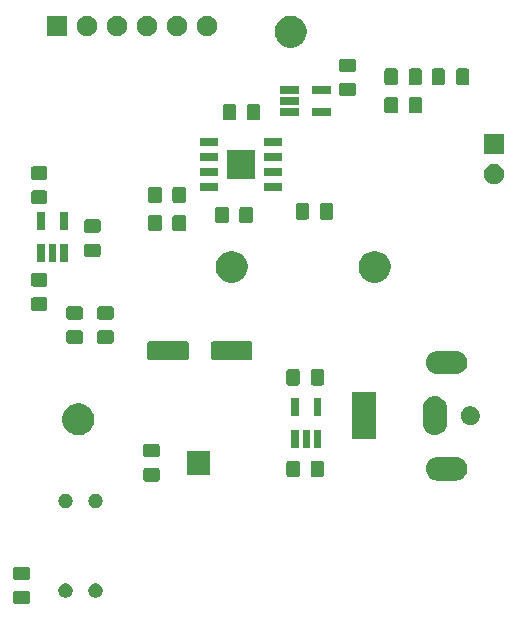
<source format=gbr>
G04 #@! TF.GenerationSoftware,KiCad,Pcbnew,5.1.6*
G04 #@! TF.CreationDate,2020-07-27T17:19:51+02:00*
G04 #@! TF.ProjectId,motor-board,6d6f746f-722d-4626-9f61-72642e6b6963,1*
G04 #@! TF.SameCoordinates,Original*
G04 #@! TF.FileFunction,Soldermask,Top*
G04 #@! TF.FilePolarity,Negative*
%FSLAX46Y46*%
G04 Gerber Fmt 4.6, Leading zero omitted, Abs format (unit mm)*
G04 Created by KiCad (PCBNEW 5.1.6) date 2020-07-27 17:19:51*
%MOMM*%
%LPD*%
G01*
G04 APERTURE LIST*
%ADD10C,0.152400*%
G04 APERTURE END LIST*
D10*
G36*
X158521471Y-120829497D02*
G01*
X158563026Y-120842103D01*
X158601317Y-120862569D01*
X158634883Y-120890117D01*
X158662431Y-120923683D01*
X158682897Y-120961974D01*
X158695503Y-121003529D01*
X158700000Y-121049192D01*
X158700000Y-121750808D01*
X158695503Y-121796471D01*
X158682897Y-121838026D01*
X158662431Y-121876317D01*
X158634883Y-121909883D01*
X158601317Y-121937431D01*
X158563026Y-121957897D01*
X158521471Y-121970503D01*
X158475808Y-121975000D01*
X157524192Y-121975000D01*
X157478529Y-121970503D01*
X157436974Y-121957897D01*
X157398683Y-121937431D01*
X157365117Y-121909883D01*
X157337569Y-121876317D01*
X157317103Y-121838026D01*
X157304497Y-121796471D01*
X157300000Y-121750808D01*
X157300000Y-121049192D01*
X157304497Y-121003529D01*
X157317103Y-120961974D01*
X157337569Y-120923683D01*
X157365117Y-120890117D01*
X157398683Y-120862569D01*
X157436974Y-120842103D01*
X157478529Y-120829497D01*
X157524192Y-120825000D01*
X158475808Y-120825000D01*
X158521471Y-120829497D01*
G37*
G36*
X164445012Y-120223057D02*
G01*
X164445015Y-120223058D01*
X164445014Y-120223058D01*
X164554207Y-120268287D01*
X164652478Y-120333950D01*
X164736050Y-120417522D01*
X164736051Y-120417524D01*
X164801714Y-120515795D01*
X164846943Y-120624988D01*
X164870000Y-120740904D01*
X164870000Y-120859096D01*
X164846943Y-120975012D01*
X164846942Y-120975014D01*
X164801713Y-121084207D01*
X164736050Y-121182478D01*
X164652478Y-121266050D01*
X164554207Y-121331713D01*
X164554206Y-121331714D01*
X164554205Y-121331714D01*
X164445012Y-121376943D01*
X164329096Y-121400000D01*
X164210904Y-121400000D01*
X164094988Y-121376943D01*
X163985795Y-121331714D01*
X163985794Y-121331714D01*
X163985793Y-121331713D01*
X163887522Y-121266050D01*
X163803950Y-121182478D01*
X163738287Y-121084207D01*
X163693058Y-120975014D01*
X163693057Y-120975012D01*
X163670000Y-120859096D01*
X163670000Y-120740904D01*
X163693057Y-120624988D01*
X163738286Y-120515795D01*
X163803949Y-120417524D01*
X163803950Y-120417522D01*
X163887522Y-120333950D01*
X163985793Y-120268287D01*
X164094986Y-120223058D01*
X164094985Y-120223058D01*
X164094988Y-120223057D01*
X164210904Y-120200000D01*
X164329096Y-120200000D01*
X164445012Y-120223057D01*
G37*
G36*
X161905012Y-120223057D02*
G01*
X161905015Y-120223058D01*
X161905014Y-120223058D01*
X162014207Y-120268287D01*
X162112478Y-120333950D01*
X162196050Y-120417522D01*
X162196051Y-120417524D01*
X162261714Y-120515795D01*
X162306943Y-120624988D01*
X162330000Y-120740904D01*
X162330000Y-120859096D01*
X162306943Y-120975012D01*
X162306942Y-120975014D01*
X162261713Y-121084207D01*
X162196050Y-121182478D01*
X162112478Y-121266050D01*
X162014207Y-121331713D01*
X162014206Y-121331714D01*
X162014205Y-121331714D01*
X161905012Y-121376943D01*
X161789096Y-121400000D01*
X161670904Y-121400000D01*
X161554988Y-121376943D01*
X161445795Y-121331714D01*
X161445794Y-121331714D01*
X161445793Y-121331713D01*
X161347522Y-121266050D01*
X161263950Y-121182478D01*
X161198287Y-121084207D01*
X161153058Y-120975014D01*
X161153057Y-120975012D01*
X161130000Y-120859096D01*
X161130000Y-120740904D01*
X161153057Y-120624988D01*
X161198286Y-120515795D01*
X161263949Y-120417524D01*
X161263950Y-120417522D01*
X161347522Y-120333950D01*
X161445793Y-120268287D01*
X161554986Y-120223058D01*
X161554985Y-120223058D01*
X161554988Y-120223057D01*
X161670904Y-120200000D01*
X161789096Y-120200000D01*
X161905012Y-120223057D01*
G37*
G36*
X158521471Y-118779497D02*
G01*
X158563026Y-118792103D01*
X158601317Y-118812569D01*
X158634883Y-118840117D01*
X158662431Y-118873683D01*
X158682897Y-118911974D01*
X158695503Y-118953529D01*
X158700000Y-118999192D01*
X158700000Y-119700808D01*
X158695503Y-119746471D01*
X158682897Y-119788026D01*
X158662431Y-119826317D01*
X158634883Y-119859883D01*
X158601317Y-119887431D01*
X158563026Y-119907897D01*
X158521471Y-119920503D01*
X158475808Y-119925000D01*
X157524192Y-119925000D01*
X157478529Y-119920503D01*
X157436974Y-119907897D01*
X157398683Y-119887431D01*
X157365117Y-119859883D01*
X157337569Y-119826317D01*
X157317103Y-119788026D01*
X157304497Y-119746471D01*
X157300000Y-119700808D01*
X157300000Y-118999192D01*
X157304497Y-118953529D01*
X157317103Y-118911974D01*
X157337569Y-118873683D01*
X157365117Y-118840117D01*
X157398683Y-118812569D01*
X157436974Y-118792103D01*
X157478529Y-118779497D01*
X157524192Y-118775000D01*
X158475808Y-118775000D01*
X158521471Y-118779497D01*
G37*
G36*
X164445012Y-112623057D02*
G01*
X164445015Y-112623058D01*
X164445014Y-112623058D01*
X164554207Y-112668287D01*
X164652478Y-112733950D01*
X164736050Y-112817522D01*
X164736051Y-112817524D01*
X164801714Y-112915795D01*
X164846943Y-113024988D01*
X164870000Y-113140904D01*
X164870000Y-113259096D01*
X164846943Y-113375012D01*
X164846942Y-113375014D01*
X164801713Y-113484207D01*
X164736050Y-113582478D01*
X164652478Y-113666050D01*
X164554207Y-113731713D01*
X164554206Y-113731714D01*
X164554205Y-113731714D01*
X164445012Y-113776943D01*
X164329096Y-113800000D01*
X164210904Y-113800000D01*
X164094988Y-113776943D01*
X163985795Y-113731714D01*
X163985794Y-113731714D01*
X163985793Y-113731713D01*
X163887522Y-113666050D01*
X163803950Y-113582478D01*
X163738287Y-113484207D01*
X163693058Y-113375014D01*
X163693057Y-113375012D01*
X163670000Y-113259096D01*
X163670000Y-113140904D01*
X163693057Y-113024988D01*
X163738286Y-112915795D01*
X163803949Y-112817524D01*
X163803950Y-112817522D01*
X163887522Y-112733950D01*
X163985793Y-112668287D01*
X164094986Y-112623058D01*
X164094985Y-112623058D01*
X164094988Y-112623057D01*
X164210904Y-112600000D01*
X164329096Y-112600000D01*
X164445012Y-112623057D01*
G37*
G36*
X161905012Y-112623057D02*
G01*
X161905015Y-112623058D01*
X161905014Y-112623058D01*
X162014207Y-112668287D01*
X162112478Y-112733950D01*
X162196050Y-112817522D01*
X162196051Y-112817524D01*
X162261714Y-112915795D01*
X162306943Y-113024988D01*
X162330000Y-113140904D01*
X162330000Y-113259096D01*
X162306943Y-113375012D01*
X162306942Y-113375014D01*
X162261713Y-113484207D01*
X162196050Y-113582478D01*
X162112478Y-113666050D01*
X162014207Y-113731713D01*
X162014206Y-113731714D01*
X162014205Y-113731714D01*
X161905012Y-113776943D01*
X161789096Y-113800000D01*
X161670904Y-113800000D01*
X161554988Y-113776943D01*
X161445795Y-113731714D01*
X161445794Y-113731714D01*
X161445793Y-113731713D01*
X161347522Y-113666050D01*
X161263950Y-113582478D01*
X161198287Y-113484207D01*
X161153058Y-113375014D01*
X161153057Y-113375012D01*
X161130000Y-113259096D01*
X161130000Y-113140904D01*
X161153057Y-113024988D01*
X161198286Y-112915795D01*
X161263949Y-112817524D01*
X161263950Y-112817522D01*
X161347522Y-112733950D01*
X161445793Y-112668287D01*
X161554986Y-112623058D01*
X161554985Y-112623058D01*
X161554988Y-112623057D01*
X161670904Y-112600000D01*
X161789096Y-112600000D01*
X161905012Y-112623057D01*
G37*
G36*
X169521471Y-110429497D02*
G01*
X169563026Y-110442103D01*
X169601317Y-110462569D01*
X169634883Y-110490117D01*
X169662431Y-110523683D01*
X169682897Y-110561974D01*
X169695503Y-110603529D01*
X169700000Y-110649192D01*
X169700000Y-111350808D01*
X169695503Y-111396471D01*
X169682897Y-111438026D01*
X169662431Y-111476317D01*
X169634883Y-111509883D01*
X169601317Y-111537431D01*
X169563026Y-111557897D01*
X169521471Y-111570503D01*
X169475808Y-111575000D01*
X168524192Y-111575000D01*
X168478529Y-111570503D01*
X168436974Y-111557897D01*
X168398683Y-111537431D01*
X168365117Y-111509883D01*
X168337569Y-111476317D01*
X168317103Y-111438026D01*
X168304497Y-111396471D01*
X168300000Y-111350808D01*
X168300000Y-110649192D01*
X168304497Y-110603529D01*
X168317103Y-110561974D01*
X168337569Y-110523683D01*
X168365117Y-110490117D01*
X168398683Y-110462569D01*
X168436974Y-110442103D01*
X168478529Y-110429497D01*
X168524192Y-110425000D01*
X169475808Y-110425000D01*
X169521471Y-110429497D01*
G37*
G36*
X194946034Y-109514469D02*
G01*
X195134536Y-109571651D01*
X195308256Y-109664506D01*
X195460528Y-109789472D01*
X195585494Y-109941744D01*
X195678349Y-110115464D01*
X195735531Y-110303966D01*
X195754838Y-110500000D01*
X195735531Y-110696034D01*
X195678349Y-110884536D01*
X195585494Y-111058256D01*
X195460528Y-111210528D01*
X195308256Y-111335494D01*
X195134536Y-111428349D01*
X194946034Y-111485531D01*
X194799124Y-111500000D01*
X193200876Y-111500000D01*
X193053966Y-111485531D01*
X192865464Y-111428349D01*
X192691744Y-111335494D01*
X192539472Y-111210528D01*
X192414506Y-111058256D01*
X192321651Y-110884536D01*
X192264469Y-110696034D01*
X192245162Y-110500000D01*
X192264469Y-110303966D01*
X192321651Y-110115464D01*
X192414506Y-109941744D01*
X192539472Y-109789472D01*
X192691744Y-109664506D01*
X192865464Y-109571651D01*
X193053966Y-109514469D01*
X193200876Y-109500000D01*
X194799124Y-109500000D01*
X194946034Y-109514469D01*
G37*
G36*
X183446471Y-109804497D02*
G01*
X183488026Y-109817103D01*
X183526317Y-109837569D01*
X183559883Y-109865117D01*
X183587431Y-109898683D01*
X183607897Y-109936974D01*
X183620503Y-109978529D01*
X183625000Y-110024192D01*
X183625000Y-110975808D01*
X183620503Y-111021471D01*
X183607897Y-111063026D01*
X183587431Y-111101317D01*
X183559883Y-111134883D01*
X183526317Y-111162431D01*
X183488026Y-111182897D01*
X183446471Y-111195503D01*
X183400808Y-111200000D01*
X182699192Y-111200000D01*
X182653529Y-111195503D01*
X182611974Y-111182897D01*
X182573683Y-111162431D01*
X182540117Y-111134883D01*
X182512569Y-111101317D01*
X182492103Y-111063026D01*
X182479497Y-111021471D01*
X182475000Y-110975808D01*
X182475000Y-110024192D01*
X182479497Y-109978529D01*
X182492103Y-109936974D01*
X182512569Y-109898683D01*
X182540117Y-109865117D01*
X182573683Y-109837569D01*
X182611974Y-109817103D01*
X182653529Y-109804497D01*
X182699192Y-109800000D01*
X183400808Y-109800000D01*
X183446471Y-109804497D01*
G37*
G36*
X181396471Y-109804497D02*
G01*
X181438026Y-109817103D01*
X181476317Y-109837569D01*
X181509883Y-109865117D01*
X181537431Y-109898683D01*
X181557897Y-109936974D01*
X181570503Y-109978529D01*
X181575000Y-110024192D01*
X181575000Y-110975808D01*
X181570503Y-111021471D01*
X181557897Y-111063026D01*
X181537431Y-111101317D01*
X181509883Y-111134883D01*
X181476317Y-111162431D01*
X181438026Y-111182897D01*
X181396471Y-111195503D01*
X181350808Y-111200000D01*
X180649192Y-111200000D01*
X180603529Y-111195503D01*
X180561974Y-111182897D01*
X180523683Y-111162431D01*
X180490117Y-111134883D01*
X180462569Y-111101317D01*
X180442103Y-111063026D01*
X180429497Y-111021471D01*
X180425000Y-110975808D01*
X180425000Y-110024192D01*
X180429497Y-109978529D01*
X180442103Y-109936974D01*
X180462569Y-109898683D01*
X180490117Y-109865117D01*
X180523683Y-109837569D01*
X180561974Y-109817103D01*
X180603529Y-109804497D01*
X180649192Y-109800000D01*
X181350808Y-109800000D01*
X181396471Y-109804497D01*
G37*
G36*
X174000000Y-111000000D02*
G01*
X172000000Y-111000000D01*
X172000000Y-109000000D01*
X174000000Y-109000000D01*
X174000000Y-111000000D01*
G37*
G36*
X169521471Y-108379497D02*
G01*
X169563026Y-108392103D01*
X169601317Y-108412569D01*
X169634883Y-108440117D01*
X169662431Y-108473683D01*
X169682897Y-108511974D01*
X169695503Y-108553529D01*
X169700000Y-108599192D01*
X169700000Y-109300808D01*
X169695503Y-109346471D01*
X169682897Y-109388026D01*
X169662431Y-109426317D01*
X169634883Y-109459883D01*
X169601317Y-109487431D01*
X169563026Y-109507897D01*
X169521471Y-109520503D01*
X169475808Y-109525000D01*
X168524192Y-109525000D01*
X168478529Y-109520503D01*
X168436974Y-109507897D01*
X168398683Y-109487431D01*
X168365117Y-109459883D01*
X168337569Y-109426317D01*
X168317103Y-109388026D01*
X168304497Y-109346471D01*
X168300000Y-109300808D01*
X168300000Y-108599192D01*
X168304497Y-108553529D01*
X168317103Y-108511974D01*
X168337569Y-108473683D01*
X168365117Y-108440117D01*
X168398683Y-108412569D01*
X168436974Y-108392103D01*
X168478529Y-108379497D01*
X168524192Y-108375000D01*
X169475808Y-108375000D01*
X169521471Y-108379497D01*
G37*
G36*
X182450000Y-108755000D02*
G01*
X181800000Y-108755000D01*
X181800000Y-107195000D01*
X182450000Y-107195000D01*
X182450000Y-108755000D01*
G37*
G36*
X181500000Y-108755000D02*
G01*
X180850000Y-108755000D01*
X180850000Y-107195000D01*
X181500000Y-107195000D01*
X181500000Y-108755000D01*
G37*
G36*
X183400000Y-108755000D02*
G01*
X182750000Y-108755000D01*
X182750000Y-107195000D01*
X183400000Y-107195000D01*
X183400000Y-108755000D01*
G37*
G36*
X188000000Y-108000000D02*
G01*
X186000000Y-108000000D01*
X186000000Y-104000000D01*
X188000000Y-104000000D01*
X188000000Y-108000000D01*
G37*
G36*
X193196033Y-104364469D02*
G01*
X193384535Y-104421651D01*
X193558256Y-104514506D01*
X193710528Y-104639472D01*
X193835494Y-104791744D01*
X193928349Y-104965464D01*
X193985531Y-105153966D01*
X194000000Y-105300876D01*
X194000000Y-106699124D01*
X193985531Y-106846034D01*
X193928349Y-107034536D01*
X193835494Y-107208256D01*
X193710528Y-107360528D01*
X193558256Y-107485494D01*
X193384536Y-107578349D01*
X193196034Y-107635531D01*
X193000000Y-107654838D01*
X192803967Y-107635531D01*
X192615465Y-107578349D01*
X192441745Y-107485494D01*
X192289473Y-107360528D01*
X192164507Y-107208256D01*
X192071652Y-107034536D01*
X192014470Y-106846033D01*
X192000000Y-106699124D01*
X192000000Y-105300877D01*
X192014469Y-105153967D01*
X192071651Y-104965465D01*
X192164506Y-104791744D01*
X192289472Y-104639472D01*
X192441744Y-104514506D01*
X192615464Y-104421651D01*
X192803966Y-104364469D01*
X193000000Y-104345162D01*
X193196033Y-104364469D01*
G37*
G36*
X163193779Y-105001879D02*
G01*
X163439463Y-105103645D01*
X163439465Y-105103646D01*
X163660575Y-105251387D01*
X163848613Y-105439425D01*
X163848614Y-105439427D01*
X163996355Y-105660537D01*
X164098121Y-105906221D01*
X164150000Y-106167035D01*
X164150000Y-106432965D01*
X164098121Y-106693779D01*
X163996355Y-106939463D01*
X163996354Y-106939465D01*
X163848613Y-107160575D01*
X163660575Y-107348613D01*
X163439465Y-107496354D01*
X163439464Y-107496355D01*
X163439463Y-107496355D01*
X163193779Y-107598121D01*
X162932965Y-107650000D01*
X162667035Y-107650000D01*
X162406221Y-107598121D01*
X162160537Y-107496355D01*
X162160536Y-107496355D01*
X162160535Y-107496354D01*
X161939425Y-107348613D01*
X161751387Y-107160575D01*
X161603646Y-106939465D01*
X161603645Y-106939463D01*
X161501879Y-106693779D01*
X161450000Y-106432965D01*
X161450000Y-106167035D01*
X161501879Y-105906221D01*
X161603645Y-105660537D01*
X161751386Y-105439427D01*
X161751387Y-105439425D01*
X161939425Y-105251387D01*
X162160535Y-105103646D01*
X162160537Y-105103645D01*
X162406221Y-105001879D01*
X162667035Y-104950000D01*
X162932965Y-104950000D01*
X163193779Y-105001879D01*
G37*
G36*
X196181832Y-105220495D02*
G01*
X196233351Y-105230743D01*
X196283187Y-105251386D01*
X196378941Y-105291048D01*
X196509969Y-105378598D01*
X196621402Y-105490031D01*
X196708952Y-105621059D01*
X196769257Y-105766650D01*
X196800000Y-105921205D01*
X196800000Y-106078795D01*
X196769257Y-106233350D01*
X196708952Y-106378941D01*
X196621402Y-106509969D01*
X196509969Y-106621402D01*
X196378941Y-106708952D01*
X196293656Y-106744278D01*
X196233351Y-106769257D01*
X196181832Y-106779505D01*
X196078795Y-106800000D01*
X195921205Y-106800000D01*
X195818168Y-106779505D01*
X195766649Y-106769257D01*
X195706344Y-106744278D01*
X195621059Y-106708952D01*
X195490031Y-106621402D01*
X195378598Y-106509969D01*
X195291048Y-106378941D01*
X195230743Y-106233350D01*
X195200000Y-106078795D01*
X195200000Y-105921205D01*
X195230743Y-105766650D01*
X195291048Y-105621059D01*
X195378598Y-105490031D01*
X195490031Y-105378598D01*
X195621059Y-105291048D01*
X195716813Y-105251386D01*
X195766649Y-105230743D01*
X195818168Y-105220495D01*
X195921205Y-105200000D01*
X196078795Y-105200000D01*
X196181832Y-105220495D01*
G37*
G36*
X181500000Y-106055000D02*
G01*
X180850000Y-106055000D01*
X180850000Y-104495000D01*
X181500000Y-104495000D01*
X181500000Y-106055000D01*
G37*
G36*
X183400000Y-106055000D02*
G01*
X182750000Y-106055000D01*
X182750000Y-104495000D01*
X183400000Y-104495000D01*
X183400000Y-106055000D01*
G37*
G36*
X181396865Y-102054488D02*
G01*
X181438327Y-102067066D01*
X181476534Y-102087487D01*
X181510026Y-102114974D01*
X181537513Y-102148466D01*
X181557934Y-102186673D01*
X181570512Y-102228135D01*
X181575000Y-102273704D01*
X181575000Y-103226296D01*
X181570512Y-103271865D01*
X181557934Y-103313327D01*
X181537513Y-103351534D01*
X181510026Y-103385026D01*
X181476534Y-103412513D01*
X181438327Y-103432934D01*
X181396865Y-103445512D01*
X181351296Y-103450000D01*
X180648704Y-103450000D01*
X180603135Y-103445512D01*
X180561673Y-103432934D01*
X180523466Y-103412513D01*
X180489974Y-103385026D01*
X180462487Y-103351534D01*
X180442066Y-103313327D01*
X180429488Y-103271865D01*
X180425000Y-103226296D01*
X180425000Y-102273704D01*
X180429488Y-102228135D01*
X180442066Y-102186673D01*
X180462487Y-102148466D01*
X180489974Y-102114974D01*
X180523466Y-102087487D01*
X180561673Y-102067066D01*
X180603135Y-102054488D01*
X180648704Y-102050000D01*
X181351296Y-102050000D01*
X181396865Y-102054488D01*
G37*
G36*
X183446471Y-102054497D02*
G01*
X183488026Y-102067103D01*
X183526317Y-102087569D01*
X183559883Y-102115117D01*
X183587431Y-102148683D01*
X183607897Y-102186974D01*
X183620503Y-102228529D01*
X183625000Y-102274192D01*
X183625000Y-103225808D01*
X183620503Y-103271471D01*
X183607897Y-103313026D01*
X183587431Y-103351317D01*
X183559883Y-103384883D01*
X183526317Y-103412431D01*
X183488026Y-103432897D01*
X183446471Y-103445503D01*
X183400808Y-103450000D01*
X182699192Y-103450000D01*
X182653529Y-103445503D01*
X182611974Y-103432897D01*
X182573683Y-103412431D01*
X182540117Y-103384883D01*
X182512569Y-103351317D01*
X182492103Y-103313026D01*
X182479497Y-103271471D01*
X182475000Y-103225808D01*
X182475000Y-102274192D01*
X182479497Y-102228529D01*
X182492103Y-102186974D01*
X182512569Y-102148683D01*
X182540117Y-102115117D01*
X182573683Y-102087569D01*
X182611974Y-102067103D01*
X182653529Y-102054497D01*
X182699192Y-102050000D01*
X183400808Y-102050000D01*
X183446471Y-102054497D01*
G37*
G36*
X194946034Y-100514469D02*
G01*
X195134536Y-100571651D01*
X195308256Y-100664506D01*
X195460528Y-100789472D01*
X195585494Y-100941744D01*
X195678349Y-101115464D01*
X195735531Y-101303966D01*
X195754838Y-101500000D01*
X195735531Y-101696034D01*
X195678349Y-101884536D01*
X195585494Y-102058256D01*
X195460528Y-102210528D01*
X195308256Y-102335494D01*
X195134536Y-102428349D01*
X194946034Y-102485531D01*
X194799124Y-102500000D01*
X193200876Y-102500000D01*
X193053966Y-102485531D01*
X192865464Y-102428349D01*
X192691744Y-102335494D01*
X192539472Y-102210528D01*
X192414506Y-102058256D01*
X192321651Y-101884536D01*
X192264469Y-101696034D01*
X192245162Y-101500000D01*
X192264469Y-101303966D01*
X192321651Y-101115464D01*
X192414506Y-100941744D01*
X192539472Y-100789472D01*
X192691744Y-100664506D01*
X192865464Y-100571651D01*
X193053966Y-100514469D01*
X193200876Y-100500000D01*
X194799124Y-100500000D01*
X194946034Y-100514469D01*
G37*
G36*
X177376736Y-99704372D02*
G01*
X177417062Y-99716605D01*
X177454223Y-99736467D01*
X177486798Y-99763202D01*
X177513533Y-99795777D01*
X177533395Y-99832938D01*
X177545628Y-99873264D01*
X177550000Y-99917654D01*
X177550000Y-101082346D01*
X177545628Y-101126736D01*
X177533395Y-101167062D01*
X177513533Y-101204223D01*
X177486798Y-101236798D01*
X177454223Y-101263533D01*
X177417062Y-101283395D01*
X177376736Y-101295628D01*
X177332346Y-101300000D01*
X174267654Y-101300000D01*
X174223264Y-101295628D01*
X174182938Y-101283395D01*
X174145777Y-101263533D01*
X174113202Y-101236798D01*
X174086467Y-101204223D01*
X174066605Y-101167062D01*
X174054372Y-101126736D01*
X174050000Y-101082346D01*
X174050000Y-99917654D01*
X174054372Y-99873264D01*
X174066605Y-99832938D01*
X174086467Y-99795777D01*
X174113202Y-99763202D01*
X174145777Y-99736467D01*
X174182938Y-99716605D01*
X174223264Y-99704372D01*
X174267654Y-99700000D01*
X177332346Y-99700000D01*
X177376736Y-99704372D01*
G37*
G36*
X171976394Y-99704380D02*
G01*
X172016798Y-99716636D01*
X172054038Y-99736542D01*
X172086675Y-99763325D01*
X172113458Y-99795962D01*
X172133364Y-99833202D01*
X172145620Y-99873606D01*
X172150000Y-99918079D01*
X172150000Y-101081921D01*
X172145620Y-101126394D01*
X172133364Y-101166798D01*
X172113458Y-101204038D01*
X172086675Y-101236675D01*
X172054038Y-101263458D01*
X172016798Y-101283364D01*
X171976394Y-101295620D01*
X171931921Y-101300000D01*
X168868079Y-101300000D01*
X168823606Y-101295620D01*
X168783202Y-101283364D01*
X168745962Y-101263458D01*
X168713325Y-101236675D01*
X168686542Y-101204038D01*
X168666636Y-101166798D01*
X168654380Y-101126394D01*
X168650000Y-101081921D01*
X168650000Y-99918079D01*
X168654380Y-99873606D01*
X168666636Y-99833202D01*
X168686542Y-99795962D01*
X168713325Y-99763325D01*
X168745962Y-99736542D01*
X168783202Y-99716636D01*
X168823606Y-99704380D01*
X168868079Y-99700000D01*
X171931921Y-99700000D01*
X171976394Y-99704380D01*
G37*
G36*
X165621471Y-98779497D02*
G01*
X165663026Y-98792103D01*
X165701317Y-98812569D01*
X165734883Y-98840117D01*
X165762431Y-98873683D01*
X165782897Y-98911974D01*
X165795503Y-98953529D01*
X165800000Y-98999192D01*
X165800000Y-99700808D01*
X165795503Y-99746471D01*
X165782897Y-99788026D01*
X165762431Y-99826317D01*
X165734883Y-99859883D01*
X165701317Y-99887431D01*
X165663026Y-99907897D01*
X165621471Y-99920503D01*
X165575808Y-99925000D01*
X164624192Y-99925000D01*
X164578529Y-99920503D01*
X164536974Y-99907897D01*
X164498683Y-99887431D01*
X164465117Y-99859883D01*
X164437569Y-99826317D01*
X164417103Y-99788026D01*
X164404497Y-99746471D01*
X164400000Y-99700808D01*
X164400000Y-98999192D01*
X164404497Y-98953529D01*
X164417103Y-98911974D01*
X164437569Y-98873683D01*
X164465117Y-98840117D01*
X164498683Y-98812569D01*
X164536974Y-98792103D01*
X164578529Y-98779497D01*
X164624192Y-98775000D01*
X165575808Y-98775000D01*
X165621471Y-98779497D01*
G37*
G36*
X163021471Y-98779497D02*
G01*
X163063026Y-98792103D01*
X163101317Y-98812569D01*
X163134883Y-98840117D01*
X163162431Y-98873683D01*
X163182897Y-98911974D01*
X163195503Y-98953529D01*
X163200000Y-98999192D01*
X163200000Y-99700808D01*
X163195503Y-99746471D01*
X163182897Y-99788026D01*
X163162431Y-99826317D01*
X163134883Y-99859883D01*
X163101317Y-99887431D01*
X163063026Y-99907897D01*
X163021471Y-99920503D01*
X162975808Y-99925000D01*
X162024192Y-99925000D01*
X161978529Y-99920503D01*
X161936974Y-99907897D01*
X161898683Y-99887431D01*
X161865117Y-99859883D01*
X161837569Y-99826317D01*
X161817103Y-99788026D01*
X161804497Y-99746471D01*
X161800000Y-99700808D01*
X161800000Y-98999192D01*
X161804497Y-98953529D01*
X161817103Y-98911974D01*
X161837569Y-98873683D01*
X161865117Y-98840117D01*
X161898683Y-98812569D01*
X161936974Y-98792103D01*
X161978529Y-98779497D01*
X162024192Y-98775000D01*
X162975808Y-98775000D01*
X163021471Y-98779497D01*
G37*
G36*
X163021471Y-96729497D02*
G01*
X163063026Y-96742103D01*
X163101317Y-96762569D01*
X163134883Y-96790117D01*
X163162431Y-96823683D01*
X163182897Y-96861974D01*
X163195503Y-96903529D01*
X163200000Y-96949192D01*
X163200000Y-97650808D01*
X163195503Y-97696471D01*
X163182897Y-97738026D01*
X163162431Y-97776317D01*
X163134883Y-97809883D01*
X163101317Y-97837431D01*
X163063026Y-97857897D01*
X163021471Y-97870503D01*
X162975808Y-97875000D01*
X162024192Y-97875000D01*
X161978529Y-97870503D01*
X161936974Y-97857897D01*
X161898683Y-97837431D01*
X161865117Y-97809883D01*
X161837569Y-97776317D01*
X161817103Y-97738026D01*
X161804497Y-97696471D01*
X161800000Y-97650808D01*
X161800000Y-96949192D01*
X161804497Y-96903529D01*
X161817103Y-96861974D01*
X161837569Y-96823683D01*
X161865117Y-96790117D01*
X161898683Y-96762569D01*
X161936974Y-96742103D01*
X161978529Y-96729497D01*
X162024192Y-96725000D01*
X162975808Y-96725000D01*
X163021471Y-96729497D01*
G37*
G36*
X165621471Y-96729497D02*
G01*
X165663026Y-96742103D01*
X165701317Y-96762569D01*
X165734883Y-96790117D01*
X165762431Y-96823683D01*
X165782897Y-96861974D01*
X165795503Y-96903529D01*
X165800000Y-96949192D01*
X165800000Y-97650808D01*
X165795503Y-97696471D01*
X165782897Y-97738026D01*
X165762431Y-97776317D01*
X165734883Y-97809883D01*
X165701317Y-97837431D01*
X165663026Y-97857897D01*
X165621471Y-97870503D01*
X165575808Y-97875000D01*
X164624192Y-97875000D01*
X164578529Y-97870503D01*
X164536974Y-97857897D01*
X164498683Y-97837431D01*
X164465117Y-97809883D01*
X164437569Y-97776317D01*
X164417103Y-97738026D01*
X164404497Y-97696471D01*
X164400000Y-97650808D01*
X164400000Y-96949192D01*
X164404497Y-96903529D01*
X164417103Y-96861974D01*
X164437569Y-96823683D01*
X164465117Y-96790117D01*
X164498683Y-96762569D01*
X164536974Y-96742103D01*
X164578529Y-96729497D01*
X164624192Y-96725000D01*
X165575808Y-96725000D01*
X165621471Y-96729497D01*
G37*
G36*
X160021471Y-95979497D02*
G01*
X160063026Y-95992103D01*
X160101317Y-96012569D01*
X160134883Y-96040117D01*
X160162431Y-96073683D01*
X160182897Y-96111974D01*
X160195503Y-96153529D01*
X160200000Y-96199192D01*
X160200000Y-96900808D01*
X160195503Y-96946471D01*
X160182897Y-96988026D01*
X160162431Y-97026317D01*
X160134883Y-97059883D01*
X160101317Y-97087431D01*
X160063026Y-97107897D01*
X160021471Y-97120503D01*
X159975808Y-97125000D01*
X159024192Y-97125000D01*
X158978529Y-97120503D01*
X158936974Y-97107897D01*
X158898683Y-97087431D01*
X158865117Y-97059883D01*
X158837569Y-97026317D01*
X158817103Y-96988026D01*
X158804497Y-96946471D01*
X158800000Y-96900808D01*
X158800000Y-96199192D01*
X158804497Y-96153529D01*
X158817103Y-96111974D01*
X158837569Y-96073683D01*
X158865117Y-96040117D01*
X158898683Y-96012569D01*
X158936974Y-95992103D01*
X158978529Y-95979497D01*
X159024192Y-95975000D01*
X159975808Y-95975000D01*
X160021471Y-95979497D01*
G37*
G36*
X160021471Y-93929497D02*
G01*
X160063026Y-93942103D01*
X160101317Y-93962569D01*
X160134883Y-93990117D01*
X160162431Y-94023683D01*
X160182897Y-94061974D01*
X160195503Y-94103529D01*
X160200000Y-94149192D01*
X160200000Y-94850808D01*
X160195503Y-94896471D01*
X160182897Y-94938026D01*
X160162431Y-94976317D01*
X160134883Y-95009883D01*
X160101317Y-95037431D01*
X160063026Y-95057897D01*
X160021471Y-95070503D01*
X159975808Y-95075000D01*
X159024192Y-95075000D01*
X158978529Y-95070503D01*
X158936974Y-95057897D01*
X158898683Y-95037431D01*
X158865117Y-95009883D01*
X158837569Y-94976317D01*
X158817103Y-94938026D01*
X158804497Y-94896471D01*
X158800000Y-94850808D01*
X158800000Y-94149192D01*
X158804497Y-94103529D01*
X158817103Y-94061974D01*
X158837569Y-94023683D01*
X158865117Y-93990117D01*
X158898683Y-93962569D01*
X158936974Y-93942103D01*
X158978529Y-93929497D01*
X159024192Y-93925000D01*
X159975808Y-93925000D01*
X160021471Y-93929497D01*
G37*
G36*
X176193779Y-92101879D02*
G01*
X176439463Y-92203645D01*
X176439465Y-92203646D01*
X176660575Y-92351387D01*
X176848613Y-92539425D01*
X176872383Y-92575000D01*
X176996355Y-92760537D01*
X177098121Y-93006221D01*
X177150000Y-93267035D01*
X177150000Y-93532965D01*
X177098121Y-93793779D01*
X177016795Y-93990117D01*
X176996354Y-94039465D01*
X176848613Y-94260575D01*
X176660575Y-94448613D01*
X176439465Y-94596354D01*
X176439464Y-94596355D01*
X176439463Y-94596355D01*
X176193779Y-94698121D01*
X175932965Y-94750000D01*
X175667035Y-94750000D01*
X175406221Y-94698121D01*
X175160537Y-94596355D01*
X175160536Y-94596355D01*
X175160535Y-94596354D01*
X174939425Y-94448613D01*
X174751387Y-94260575D01*
X174603646Y-94039465D01*
X174583205Y-93990117D01*
X174501879Y-93793779D01*
X174450000Y-93532965D01*
X174450000Y-93267035D01*
X174501879Y-93006221D01*
X174603645Y-92760537D01*
X174727617Y-92575000D01*
X174751387Y-92539425D01*
X174939425Y-92351387D01*
X175160535Y-92203646D01*
X175160537Y-92203645D01*
X175406221Y-92101879D01*
X175667035Y-92050000D01*
X175932965Y-92050000D01*
X176193779Y-92101879D01*
G37*
G36*
X188293779Y-92101879D02*
G01*
X188539463Y-92203645D01*
X188539465Y-92203646D01*
X188760575Y-92351387D01*
X188948613Y-92539425D01*
X188972383Y-92575000D01*
X189096355Y-92760537D01*
X189198121Y-93006221D01*
X189250000Y-93267035D01*
X189250000Y-93532965D01*
X189198121Y-93793779D01*
X189116795Y-93990117D01*
X189096354Y-94039465D01*
X188948613Y-94260575D01*
X188760575Y-94448613D01*
X188539465Y-94596354D01*
X188539464Y-94596355D01*
X188539463Y-94596355D01*
X188293779Y-94698121D01*
X188032965Y-94750000D01*
X187767035Y-94750000D01*
X187506221Y-94698121D01*
X187260537Y-94596355D01*
X187260536Y-94596355D01*
X187260535Y-94596354D01*
X187039425Y-94448613D01*
X186851387Y-94260575D01*
X186703646Y-94039465D01*
X186683205Y-93990117D01*
X186601879Y-93793779D01*
X186550000Y-93532965D01*
X186550000Y-93267035D01*
X186601879Y-93006221D01*
X186703645Y-92760537D01*
X186827617Y-92575000D01*
X186851387Y-92539425D01*
X187039425Y-92351387D01*
X187260535Y-92203646D01*
X187260537Y-92203645D01*
X187506221Y-92101879D01*
X187767035Y-92050000D01*
X188032965Y-92050000D01*
X188293779Y-92101879D01*
G37*
G36*
X160950000Y-93005000D02*
G01*
X160300000Y-93005000D01*
X160300000Y-91445000D01*
X160950000Y-91445000D01*
X160950000Y-93005000D01*
G37*
G36*
X160000000Y-93005000D02*
G01*
X159350000Y-93005000D01*
X159350000Y-91445000D01*
X160000000Y-91445000D01*
X160000000Y-93005000D01*
G37*
G36*
X161900000Y-93005000D02*
G01*
X161250000Y-93005000D01*
X161250000Y-91445000D01*
X161900000Y-91445000D01*
X161900000Y-93005000D01*
G37*
G36*
X164521471Y-91429497D02*
G01*
X164563026Y-91442103D01*
X164601317Y-91462569D01*
X164634883Y-91490117D01*
X164662431Y-91523683D01*
X164682897Y-91561974D01*
X164695503Y-91603529D01*
X164700000Y-91649192D01*
X164700000Y-92350808D01*
X164695503Y-92396471D01*
X164682897Y-92438026D01*
X164662431Y-92476317D01*
X164634883Y-92509883D01*
X164601317Y-92537431D01*
X164563026Y-92557897D01*
X164521471Y-92570503D01*
X164475808Y-92575000D01*
X163524192Y-92575000D01*
X163478529Y-92570503D01*
X163436974Y-92557897D01*
X163398683Y-92537431D01*
X163365117Y-92509883D01*
X163337569Y-92476317D01*
X163317103Y-92438026D01*
X163304497Y-92396471D01*
X163300000Y-92350808D01*
X163300000Y-91649192D01*
X163304497Y-91603529D01*
X163317103Y-91561974D01*
X163337569Y-91523683D01*
X163365117Y-91490117D01*
X163398683Y-91462569D01*
X163436974Y-91442103D01*
X163478529Y-91429497D01*
X163524192Y-91425000D01*
X164475808Y-91425000D01*
X164521471Y-91429497D01*
G37*
G36*
X164521471Y-89379497D02*
G01*
X164563026Y-89392103D01*
X164601317Y-89412569D01*
X164634883Y-89440117D01*
X164662431Y-89473683D01*
X164682897Y-89511974D01*
X164695503Y-89553529D01*
X164700000Y-89599192D01*
X164700000Y-90300808D01*
X164695503Y-90346471D01*
X164682897Y-90388026D01*
X164662431Y-90426317D01*
X164634883Y-90459883D01*
X164601317Y-90487431D01*
X164563026Y-90507897D01*
X164521471Y-90520503D01*
X164475808Y-90525000D01*
X163524192Y-90525000D01*
X163478529Y-90520503D01*
X163436974Y-90507897D01*
X163398683Y-90487431D01*
X163365117Y-90459883D01*
X163337569Y-90426317D01*
X163317103Y-90388026D01*
X163304497Y-90346471D01*
X163300000Y-90300808D01*
X163300000Y-89599192D01*
X163304497Y-89553529D01*
X163317103Y-89511974D01*
X163337569Y-89473683D01*
X163365117Y-89440117D01*
X163398683Y-89412569D01*
X163436974Y-89392103D01*
X163478529Y-89379497D01*
X163524192Y-89375000D01*
X164475808Y-89375000D01*
X164521471Y-89379497D01*
G37*
G36*
X171746471Y-89004497D02*
G01*
X171788026Y-89017103D01*
X171826317Y-89037569D01*
X171859883Y-89065117D01*
X171887431Y-89098683D01*
X171907897Y-89136974D01*
X171920503Y-89178529D01*
X171925000Y-89224192D01*
X171925000Y-90175808D01*
X171920503Y-90221471D01*
X171907897Y-90263026D01*
X171887431Y-90301317D01*
X171859883Y-90334883D01*
X171826317Y-90362431D01*
X171788026Y-90382897D01*
X171746471Y-90395503D01*
X171700808Y-90400000D01*
X170999192Y-90400000D01*
X170953529Y-90395503D01*
X170911974Y-90382897D01*
X170873683Y-90362431D01*
X170840117Y-90334883D01*
X170812569Y-90301317D01*
X170792103Y-90263026D01*
X170779497Y-90221471D01*
X170775000Y-90175808D01*
X170775000Y-89224192D01*
X170779497Y-89178529D01*
X170792103Y-89136974D01*
X170812569Y-89098683D01*
X170840117Y-89065117D01*
X170873683Y-89037569D01*
X170911974Y-89017103D01*
X170953529Y-89004497D01*
X170999192Y-89000000D01*
X171700808Y-89000000D01*
X171746471Y-89004497D01*
G37*
G36*
X169696471Y-89004497D02*
G01*
X169738026Y-89017103D01*
X169776317Y-89037569D01*
X169809883Y-89065117D01*
X169837431Y-89098683D01*
X169857897Y-89136974D01*
X169870503Y-89178529D01*
X169875000Y-89224192D01*
X169875000Y-90175808D01*
X169870503Y-90221471D01*
X169857897Y-90263026D01*
X169837431Y-90301317D01*
X169809883Y-90334883D01*
X169776317Y-90362431D01*
X169738026Y-90382897D01*
X169696471Y-90395503D01*
X169650808Y-90400000D01*
X168949192Y-90400000D01*
X168903529Y-90395503D01*
X168861974Y-90382897D01*
X168823683Y-90362431D01*
X168790117Y-90334883D01*
X168762569Y-90301317D01*
X168742103Y-90263026D01*
X168729497Y-90221471D01*
X168725000Y-90175808D01*
X168725000Y-89224192D01*
X168729497Y-89178529D01*
X168742103Y-89136974D01*
X168762569Y-89098683D01*
X168790117Y-89065117D01*
X168823683Y-89037569D01*
X168861974Y-89017103D01*
X168903529Y-89004497D01*
X168949192Y-89000000D01*
X169650808Y-89000000D01*
X169696471Y-89004497D01*
G37*
G36*
X161900000Y-90305000D02*
G01*
X161250000Y-90305000D01*
X161250000Y-88745000D01*
X161900000Y-88745000D01*
X161900000Y-90305000D01*
G37*
G36*
X160000000Y-90305000D02*
G01*
X159350000Y-90305000D01*
X159350000Y-88745000D01*
X160000000Y-88745000D01*
X160000000Y-90305000D01*
G37*
G36*
X175371471Y-88304497D02*
G01*
X175413026Y-88317103D01*
X175451317Y-88337569D01*
X175484883Y-88365117D01*
X175512431Y-88398683D01*
X175532897Y-88436974D01*
X175545503Y-88478529D01*
X175550000Y-88524192D01*
X175550000Y-89475808D01*
X175545503Y-89521471D01*
X175532897Y-89563026D01*
X175512431Y-89601317D01*
X175484883Y-89634883D01*
X175451317Y-89662431D01*
X175413026Y-89682897D01*
X175371471Y-89695503D01*
X175325808Y-89700000D01*
X174624192Y-89700000D01*
X174578529Y-89695503D01*
X174536974Y-89682897D01*
X174498683Y-89662431D01*
X174465117Y-89634883D01*
X174437569Y-89601317D01*
X174417103Y-89563026D01*
X174404497Y-89521471D01*
X174400000Y-89475808D01*
X174400000Y-88524192D01*
X174404497Y-88478529D01*
X174417103Y-88436974D01*
X174437569Y-88398683D01*
X174465117Y-88365117D01*
X174498683Y-88337569D01*
X174536974Y-88317103D01*
X174578529Y-88304497D01*
X174624192Y-88300000D01*
X175325808Y-88300000D01*
X175371471Y-88304497D01*
G37*
G36*
X177421865Y-88304488D02*
G01*
X177463327Y-88317066D01*
X177501534Y-88337487D01*
X177535026Y-88364974D01*
X177562513Y-88398466D01*
X177582934Y-88436673D01*
X177595512Y-88478135D01*
X177600000Y-88523704D01*
X177600000Y-89476296D01*
X177595512Y-89521865D01*
X177582934Y-89563327D01*
X177562513Y-89601534D01*
X177535026Y-89635026D01*
X177501534Y-89662513D01*
X177463327Y-89682934D01*
X177421865Y-89695512D01*
X177376296Y-89700000D01*
X176673704Y-89700000D01*
X176628135Y-89695512D01*
X176586673Y-89682934D01*
X176548466Y-89662513D01*
X176514974Y-89635026D01*
X176487487Y-89601534D01*
X176467066Y-89563327D01*
X176454488Y-89521865D01*
X176450000Y-89476296D01*
X176450000Y-88523704D01*
X176454488Y-88478135D01*
X176467066Y-88436673D01*
X176487487Y-88398466D01*
X176514974Y-88364974D01*
X176548466Y-88337487D01*
X176586673Y-88317066D01*
X176628135Y-88304488D01*
X176673704Y-88300000D01*
X177376296Y-88300000D01*
X177421865Y-88304488D01*
G37*
G36*
X184221471Y-88004497D02*
G01*
X184263026Y-88017103D01*
X184301317Y-88037569D01*
X184334883Y-88065117D01*
X184362431Y-88098683D01*
X184382897Y-88136974D01*
X184395503Y-88178529D01*
X184400000Y-88224192D01*
X184400000Y-89175808D01*
X184395503Y-89221471D01*
X184382897Y-89263026D01*
X184362431Y-89301317D01*
X184334883Y-89334883D01*
X184301317Y-89362431D01*
X184263026Y-89382897D01*
X184221471Y-89395503D01*
X184175808Y-89400000D01*
X183474192Y-89400000D01*
X183428529Y-89395503D01*
X183386974Y-89382897D01*
X183348683Y-89362431D01*
X183315117Y-89334883D01*
X183287569Y-89301317D01*
X183267103Y-89263026D01*
X183254497Y-89221471D01*
X183250000Y-89175808D01*
X183250000Y-88224192D01*
X183254497Y-88178529D01*
X183267103Y-88136974D01*
X183287569Y-88098683D01*
X183315117Y-88065117D01*
X183348683Y-88037569D01*
X183386974Y-88017103D01*
X183428529Y-88004497D01*
X183474192Y-88000000D01*
X184175808Y-88000000D01*
X184221471Y-88004497D01*
G37*
G36*
X182171865Y-88004488D02*
G01*
X182213327Y-88017066D01*
X182251534Y-88037487D01*
X182285026Y-88064974D01*
X182312513Y-88098466D01*
X182332934Y-88136673D01*
X182345512Y-88178135D01*
X182350000Y-88223704D01*
X182350000Y-89176296D01*
X182345512Y-89221865D01*
X182332934Y-89263327D01*
X182312513Y-89301534D01*
X182285026Y-89335026D01*
X182251534Y-89362513D01*
X182213327Y-89382934D01*
X182171865Y-89395512D01*
X182126296Y-89400000D01*
X181423704Y-89400000D01*
X181378135Y-89395512D01*
X181336673Y-89382934D01*
X181298466Y-89362513D01*
X181264974Y-89335026D01*
X181237487Y-89301534D01*
X181217066Y-89263327D01*
X181204488Y-89221865D01*
X181200000Y-89176296D01*
X181200000Y-88223704D01*
X181204488Y-88178135D01*
X181217066Y-88136673D01*
X181237487Y-88098466D01*
X181264974Y-88064974D01*
X181298466Y-88037487D01*
X181336673Y-88017066D01*
X181378135Y-88004488D01*
X181423704Y-88000000D01*
X182126296Y-88000000D01*
X182171865Y-88004488D01*
G37*
G36*
X160021471Y-86929497D02*
G01*
X160063026Y-86942103D01*
X160101317Y-86962569D01*
X160134883Y-86990117D01*
X160162431Y-87023683D01*
X160182897Y-87061974D01*
X160195503Y-87103529D01*
X160200000Y-87149192D01*
X160200000Y-87850808D01*
X160195503Y-87896471D01*
X160182897Y-87938026D01*
X160162431Y-87976317D01*
X160134883Y-88009883D01*
X160101317Y-88037431D01*
X160063026Y-88057897D01*
X160021471Y-88070503D01*
X159975808Y-88075000D01*
X159024192Y-88075000D01*
X158978529Y-88070503D01*
X158936974Y-88057897D01*
X158898683Y-88037431D01*
X158865117Y-88009883D01*
X158837569Y-87976317D01*
X158817103Y-87938026D01*
X158804497Y-87896471D01*
X158800000Y-87850808D01*
X158800000Y-87149192D01*
X158804497Y-87103529D01*
X158817103Y-87061974D01*
X158837569Y-87023683D01*
X158865117Y-86990117D01*
X158898683Y-86962569D01*
X158936974Y-86942103D01*
X158978529Y-86929497D01*
X159024192Y-86925000D01*
X159975808Y-86925000D01*
X160021471Y-86929497D01*
G37*
G36*
X171746471Y-86604497D02*
G01*
X171788026Y-86617103D01*
X171826317Y-86637569D01*
X171859883Y-86665117D01*
X171887431Y-86698683D01*
X171907897Y-86736974D01*
X171920503Y-86778529D01*
X171925000Y-86824192D01*
X171925000Y-87775808D01*
X171920503Y-87821471D01*
X171907897Y-87863026D01*
X171887431Y-87901317D01*
X171859883Y-87934883D01*
X171826317Y-87962431D01*
X171788026Y-87982897D01*
X171746471Y-87995503D01*
X171700808Y-88000000D01*
X170999192Y-88000000D01*
X170953529Y-87995503D01*
X170911974Y-87982897D01*
X170873683Y-87962431D01*
X170840117Y-87934883D01*
X170812569Y-87901317D01*
X170792103Y-87863026D01*
X170779497Y-87821471D01*
X170775000Y-87775808D01*
X170775000Y-86824192D01*
X170779497Y-86778529D01*
X170792103Y-86736974D01*
X170812569Y-86698683D01*
X170840117Y-86665117D01*
X170873683Y-86637569D01*
X170911974Y-86617103D01*
X170953529Y-86604497D01*
X170999192Y-86600000D01*
X171700808Y-86600000D01*
X171746471Y-86604497D01*
G37*
G36*
X169696471Y-86604497D02*
G01*
X169738026Y-86617103D01*
X169776317Y-86637569D01*
X169809883Y-86665117D01*
X169837431Y-86698683D01*
X169857897Y-86736974D01*
X169870503Y-86778529D01*
X169875000Y-86824192D01*
X169875000Y-87775808D01*
X169870503Y-87821471D01*
X169857897Y-87863026D01*
X169837431Y-87901317D01*
X169809883Y-87934883D01*
X169776317Y-87962431D01*
X169738026Y-87982897D01*
X169696471Y-87995503D01*
X169650808Y-88000000D01*
X168949192Y-88000000D01*
X168903529Y-87995503D01*
X168861974Y-87982897D01*
X168823683Y-87962431D01*
X168790117Y-87934883D01*
X168762569Y-87901317D01*
X168742103Y-87863026D01*
X168729497Y-87821471D01*
X168725000Y-87775808D01*
X168725000Y-86824192D01*
X168729497Y-86778529D01*
X168742103Y-86736974D01*
X168762569Y-86698683D01*
X168790117Y-86665117D01*
X168823683Y-86637569D01*
X168861974Y-86617103D01*
X168903529Y-86604497D01*
X168949192Y-86600000D01*
X169650808Y-86600000D01*
X169696471Y-86604497D01*
G37*
G36*
X174638500Y-86965000D02*
G01*
X173113500Y-86965000D01*
X173113500Y-86315000D01*
X174638500Y-86315000D01*
X174638500Y-86965000D01*
G37*
G36*
X180062500Y-86965000D02*
G01*
X178537500Y-86965000D01*
X178537500Y-86315000D01*
X180062500Y-86315000D01*
X180062500Y-86965000D01*
G37*
G36*
X198247934Y-84722664D02*
G01*
X198402625Y-84786739D01*
X198402626Y-84786740D01*
X198541844Y-84879762D01*
X198660238Y-84998156D01*
X198660239Y-84998158D01*
X198753261Y-85137375D01*
X198817336Y-85292066D01*
X198850000Y-85456281D01*
X198850000Y-85623719D01*
X198817336Y-85787934D01*
X198753261Y-85942625D01*
X198710935Y-86005970D01*
X198660238Y-86081844D01*
X198541844Y-86200238D01*
X198471762Y-86247065D01*
X198402625Y-86293261D01*
X198247934Y-86357336D01*
X198083719Y-86390000D01*
X197916281Y-86390000D01*
X197752066Y-86357336D01*
X197597375Y-86293261D01*
X197528238Y-86247065D01*
X197458156Y-86200238D01*
X197339762Y-86081844D01*
X197289065Y-86005970D01*
X197246739Y-85942625D01*
X197182664Y-85787934D01*
X197150000Y-85623719D01*
X197150000Y-85456281D01*
X197182664Y-85292066D01*
X197246739Y-85137375D01*
X197339761Y-84998158D01*
X197339762Y-84998156D01*
X197458156Y-84879762D01*
X197597374Y-84786740D01*
X197597375Y-84786739D01*
X197752066Y-84722664D01*
X197916281Y-84690000D01*
X198083719Y-84690000D01*
X198247934Y-84722664D01*
G37*
G36*
X160021471Y-84879497D02*
G01*
X160063026Y-84892103D01*
X160101317Y-84912569D01*
X160134883Y-84940117D01*
X160162431Y-84973683D01*
X160182897Y-85011974D01*
X160195503Y-85053529D01*
X160200000Y-85099192D01*
X160200000Y-85800808D01*
X160195503Y-85846471D01*
X160182897Y-85888026D01*
X160162431Y-85926317D01*
X160134883Y-85959883D01*
X160101317Y-85987431D01*
X160063026Y-86007897D01*
X160021471Y-86020503D01*
X159975808Y-86025000D01*
X159024192Y-86025000D01*
X158978529Y-86020503D01*
X158936974Y-86007897D01*
X158898683Y-85987431D01*
X158865117Y-85959883D01*
X158837569Y-85926317D01*
X158817103Y-85888026D01*
X158804497Y-85846471D01*
X158800000Y-85800808D01*
X158800000Y-85099192D01*
X158804497Y-85053529D01*
X158817103Y-85011974D01*
X158837569Y-84973683D01*
X158865117Y-84940117D01*
X158898683Y-84912569D01*
X158936974Y-84892103D01*
X158978529Y-84879497D01*
X159024192Y-84875000D01*
X159975808Y-84875000D01*
X160021471Y-84879497D01*
G37*
G36*
X177783000Y-85930000D02*
G01*
X175393000Y-85930000D01*
X175393000Y-83540000D01*
X177783000Y-83540000D01*
X177783000Y-85930000D01*
G37*
G36*
X180062500Y-85695000D02*
G01*
X178537500Y-85695000D01*
X178537500Y-85045000D01*
X180062500Y-85045000D01*
X180062500Y-85695000D01*
G37*
G36*
X174638500Y-85695000D02*
G01*
X173113500Y-85695000D01*
X173113500Y-85045000D01*
X174638500Y-85045000D01*
X174638500Y-85695000D01*
G37*
G36*
X174638500Y-84425000D02*
G01*
X173113500Y-84425000D01*
X173113500Y-83775000D01*
X174638500Y-83775000D01*
X174638500Y-84425000D01*
G37*
G36*
X180062500Y-84425000D02*
G01*
X178537500Y-84425000D01*
X178537500Y-83775000D01*
X180062500Y-83775000D01*
X180062500Y-84425000D01*
G37*
G36*
X198850000Y-83850000D02*
G01*
X197150000Y-83850000D01*
X197150000Y-82150000D01*
X198850000Y-82150000D01*
X198850000Y-83850000D01*
G37*
G36*
X174638500Y-83155000D02*
G01*
X173113500Y-83155000D01*
X173113500Y-82505000D01*
X174638500Y-82505000D01*
X174638500Y-83155000D01*
G37*
G36*
X180062500Y-83155000D02*
G01*
X178537500Y-83155000D01*
X178537500Y-82505000D01*
X180062500Y-82505000D01*
X180062500Y-83155000D01*
G37*
G36*
X178046471Y-79604497D02*
G01*
X178088026Y-79617103D01*
X178126317Y-79637569D01*
X178159883Y-79665117D01*
X178187431Y-79698683D01*
X178207897Y-79736974D01*
X178220503Y-79778529D01*
X178225000Y-79824192D01*
X178225000Y-80775808D01*
X178220503Y-80821471D01*
X178207897Y-80863026D01*
X178187431Y-80901317D01*
X178159883Y-80934883D01*
X178126317Y-80962431D01*
X178088026Y-80982897D01*
X178046471Y-80995503D01*
X178000808Y-81000000D01*
X177299192Y-81000000D01*
X177253529Y-80995503D01*
X177211974Y-80982897D01*
X177173683Y-80962431D01*
X177140117Y-80934883D01*
X177112569Y-80901317D01*
X177092103Y-80863026D01*
X177079497Y-80821471D01*
X177075000Y-80775808D01*
X177075000Y-79824192D01*
X177079497Y-79778529D01*
X177092103Y-79736974D01*
X177112569Y-79698683D01*
X177140117Y-79665117D01*
X177173683Y-79637569D01*
X177211974Y-79617103D01*
X177253529Y-79604497D01*
X177299192Y-79600000D01*
X178000808Y-79600000D01*
X178046471Y-79604497D01*
G37*
G36*
X175996471Y-79604497D02*
G01*
X176038026Y-79617103D01*
X176076317Y-79637569D01*
X176109883Y-79665117D01*
X176137431Y-79698683D01*
X176157897Y-79736974D01*
X176170503Y-79778529D01*
X176175000Y-79824192D01*
X176175000Y-80775808D01*
X176170503Y-80821471D01*
X176157897Y-80863026D01*
X176137431Y-80901317D01*
X176109883Y-80934883D01*
X176076317Y-80962431D01*
X176038026Y-80982897D01*
X175996471Y-80995503D01*
X175950808Y-81000000D01*
X175249192Y-81000000D01*
X175203529Y-80995503D01*
X175161974Y-80982897D01*
X175123683Y-80962431D01*
X175090117Y-80934883D01*
X175062569Y-80901317D01*
X175042103Y-80863026D01*
X175029497Y-80821471D01*
X175025000Y-80775808D01*
X175025000Y-79824192D01*
X175029497Y-79778529D01*
X175042103Y-79736974D01*
X175062569Y-79698683D01*
X175090117Y-79665117D01*
X175123683Y-79637569D01*
X175161974Y-79617103D01*
X175203529Y-79604497D01*
X175249192Y-79600000D01*
X175950808Y-79600000D01*
X175996471Y-79604497D01*
G37*
G36*
X181480000Y-80625000D02*
G01*
X179920000Y-80625000D01*
X179920000Y-79975000D01*
X181480000Y-79975000D01*
X181480000Y-80625000D01*
G37*
G36*
X184180000Y-80625000D02*
G01*
X182620000Y-80625000D01*
X182620000Y-79975000D01*
X184180000Y-79975000D01*
X184180000Y-80625000D01*
G37*
G36*
X191746471Y-79004497D02*
G01*
X191788026Y-79017103D01*
X191826317Y-79037569D01*
X191859883Y-79065117D01*
X191887431Y-79098683D01*
X191907897Y-79136974D01*
X191920503Y-79178529D01*
X191925000Y-79224192D01*
X191925000Y-80175808D01*
X191920503Y-80221471D01*
X191907897Y-80263026D01*
X191887431Y-80301317D01*
X191859883Y-80334883D01*
X191826317Y-80362431D01*
X191788026Y-80382897D01*
X191746471Y-80395503D01*
X191700808Y-80400000D01*
X190999192Y-80400000D01*
X190953529Y-80395503D01*
X190911974Y-80382897D01*
X190873683Y-80362431D01*
X190840117Y-80334883D01*
X190812569Y-80301317D01*
X190792103Y-80263026D01*
X190779497Y-80221471D01*
X190775000Y-80175808D01*
X190775000Y-79224192D01*
X190779497Y-79178529D01*
X190792103Y-79136974D01*
X190812569Y-79098683D01*
X190840117Y-79065117D01*
X190873683Y-79037569D01*
X190911974Y-79017103D01*
X190953529Y-79004497D01*
X190999192Y-79000000D01*
X191700808Y-79000000D01*
X191746471Y-79004497D01*
G37*
G36*
X189696471Y-79004497D02*
G01*
X189738026Y-79017103D01*
X189776317Y-79037569D01*
X189809883Y-79065117D01*
X189837431Y-79098683D01*
X189857897Y-79136974D01*
X189870503Y-79178529D01*
X189875000Y-79224192D01*
X189875000Y-80175808D01*
X189870503Y-80221471D01*
X189857897Y-80263026D01*
X189837431Y-80301317D01*
X189809883Y-80334883D01*
X189776317Y-80362431D01*
X189738026Y-80382897D01*
X189696471Y-80395503D01*
X189650808Y-80400000D01*
X188949192Y-80400000D01*
X188903529Y-80395503D01*
X188861974Y-80382897D01*
X188823683Y-80362431D01*
X188790117Y-80334883D01*
X188762569Y-80301317D01*
X188742103Y-80263026D01*
X188729497Y-80221471D01*
X188725000Y-80175808D01*
X188725000Y-79224192D01*
X188729497Y-79178529D01*
X188742103Y-79136974D01*
X188762569Y-79098683D01*
X188790117Y-79065117D01*
X188823683Y-79037569D01*
X188861974Y-79017103D01*
X188903529Y-79004497D01*
X188949192Y-79000000D01*
X189650808Y-79000000D01*
X189696471Y-79004497D01*
G37*
G36*
X181480000Y-79675000D02*
G01*
X179920000Y-79675000D01*
X179920000Y-79025000D01*
X181480000Y-79025000D01*
X181480000Y-79675000D01*
G37*
G36*
X186121471Y-77829497D02*
G01*
X186163026Y-77842103D01*
X186201317Y-77862569D01*
X186234883Y-77890117D01*
X186262431Y-77923683D01*
X186282897Y-77961974D01*
X186295503Y-78003529D01*
X186300000Y-78049192D01*
X186300000Y-78750808D01*
X186295503Y-78796471D01*
X186282897Y-78838026D01*
X186262431Y-78876317D01*
X186234883Y-78909883D01*
X186201317Y-78937431D01*
X186163026Y-78957897D01*
X186121471Y-78970503D01*
X186075808Y-78975000D01*
X185124192Y-78975000D01*
X185078529Y-78970503D01*
X185036974Y-78957897D01*
X184998683Y-78937431D01*
X184965117Y-78909883D01*
X184937569Y-78876317D01*
X184917103Y-78838026D01*
X184904497Y-78796471D01*
X184900000Y-78750808D01*
X184900000Y-78049192D01*
X184904497Y-78003529D01*
X184917103Y-77961974D01*
X184937569Y-77923683D01*
X184965117Y-77890117D01*
X184998683Y-77862569D01*
X185036974Y-77842103D01*
X185078529Y-77829497D01*
X185124192Y-77825000D01*
X186075808Y-77825000D01*
X186121471Y-77829497D01*
G37*
G36*
X184180000Y-78725000D02*
G01*
X182620000Y-78725000D01*
X182620000Y-78075000D01*
X184180000Y-78075000D01*
X184180000Y-78725000D01*
G37*
G36*
X181480000Y-78725000D02*
G01*
X179920000Y-78725000D01*
X179920000Y-78075000D01*
X181480000Y-78075000D01*
X181480000Y-78725000D01*
G37*
G36*
X189696471Y-76604497D02*
G01*
X189738026Y-76617103D01*
X189776317Y-76637569D01*
X189809883Y-76665117D01*
X189837431Y-76698683D01*
X189857897Y-76736974D01*
X189870503Y-76778529D01*
X189875000Y-76824192D01*
X189875000Y-77775808D01*
X189870503Y-77821471D01*
X189857897Y-77863026D01*
X189837431Y-77901317D01*
X189809883Y-77934883D01*
X189776317Y-77962431D01*
X189738026Y-77982897D01*
X189696471Y-77995503D01*
X189650808Y-78000000D01*
X188949192Y-78000000D01*
X188903529Y-77995503D01*
X188861974Y-77982897D01*
X188823683Y-77962431D01*
X188790117Y-77934883D01*
X188762569Y-77901317D01*
X188742103Y-77863026D01*
X188729497Y-77821471D01*
X188725000Y-77775808D01*
X188725000Y-76824192D01*
X188729497Y-76778529D01*
X188742103Y-76736974D01*
X188762569Y-76698683D01*
X188790117Y-76665117D01*
X188823683Y-76637569D01*
X188861974Y-76617103D01*
X188903529Y-76604497D01*
X188949192Y-76600000D01*
X189650808Y-76600000D01*
X189696471Y-76604497D01*
G37*
G36*
X195746471Y-76604497D02*
G01*
X195788026Y-76617103D01*
X195826317Y-76637569D01*
X195859883Y-76665117D01*
X195887431Y-76698683D01*
X195907897Y-76736974D01*
X195920503Y-76778529D01*
X195925000Y-76824192D01*
X195925000Y-77775808D01*
X195920503Y-77821471D01*
X195907897Y-77863026D01*
X195887431Y-77901317D01*
X195859883Y-77934883D01*
X195826317Y-77962431D01*
X195788026Y-77982897D01*
X195746471Y-77995503D01*
X195700808Y-78000000D01*
X194999192Y-78000000D01*
X194953529Y-77995503D01*
X194911974Y-77982897D01*
X194873683Y-77962431D01*
X194840117Y-77934883D01*
X194812569Y-77901317D01*
X194792103Y-77863026D01*
X194779497Y-77821471D01*
X194775000Y-77775808D01*
X194775000Y-76824192D01*
X194779497Y-76778529D01*
X194792103Y-76736974D01*
X194812569Y-76698683D01*
X194840117Y-76665117D01*
X194873683Y-76637569D01*
X194911974Y-76617103D01*
X194953529Y-76604497D01*
X194999192Y-76600000D01*
X195700808Y-76600000D01*
X195746471Y-76604497D01*
G37*
G36*
X193696471Y-76604497D02*
G01*
X193738026Y-76617103D01*
X193776317Y-76637569D01*
X193809883Y-76665117D01*
X193837431Y-76698683D01*
X193857897Y-76736974D01*
X193870503Y-76778529D01*
X193875000Y-76824192D01*
X193875000Y-77775808D01*
X193870503Y-77821471D01*
X193857897Y-77863026D01*
X193837431Y-77901317D01*
X193809883Y-77934883D01*
X193776317Y-77962431D01*
X193738026Y-77982897D01*
X193696471Y-77995503D01*
X193650808Y-78000000D01*
X192949192Y-78000000D01*
X192903529Y-77995503D01*
X192861974Y-77982897D01*
X192823683Y-77962431D01*
X192790117Y-77934883D01*
X192762569Y-77901317D01*
X192742103Y-77863026D01*
X192729497Y-77821471D01*
X192725000Y-77775808D01*
X192725000Y-76824192D01*
X192729497Y-76778529D01*
X192742103Y-76736974D01*
X192762569Y-76698683D01*
X192790117Y-76665117D01*
X192823683Y-76637569D01*
X192861974Y-76617103D01*
X192903529Y-76604497D01*
X192949192Y-76600000D01*
X193650808Y-76600000D01*
X193696471Y-76604497D01*
G37*
G36*
X191746471Y-76604497D02*
G01*
X191788026Y-76617103D01*
X191826317Y-76637569D01*
X191859883Y-76665117D01*
X191887431Y-76698683D01*
X191907897Y-76736974D01*
X191920503Y-76778529D01*
X191925000Y-76824192D01*
X191925000Y-77775808D01*
X191920503Y-77821471D01*
X191907897Y-77863026D01*
X191887431Y-77901317D01*
X191859883Y-77934883D01*
X191826317Y-77962431D01*
X191788026Y-77982897D01*
X191746471Y-77995503D01*
X191700808Y-78000000D01*
X190999192Y-78000000D01*
X190953529Y-77995503D01*
X190911974Y-77982897D01*
X190873683Y-77962431D01*
X190840117Y-77934883D01*
X190812569Y-77901317D01*
X190792103Y-77863026D01*
X190779497Y-77821471D01*
X190775000Y-77775808D01*
X190775000Y-76824192D01*
X190779497Y-76778529D01*
X190792103Y-76736974D01*
X190812569Y-76698683D01*
X190840117Y-76665117D01*
X190873683Y-76637569D01*
X190911974Y-76617103D01*
X190953529Y-76604497D01*
X190999192Y-76600000D01*
X191700808Y-76600000D01*
X191746471Y-76604497D01*
G37*
G36*
X186121471Y-75779497D02*
G01*
X186163026Y-75792103D01*
X186201317Y-75812569D01*
X186234883Y-75840117D01*
X186262431Y-75873683D01*
X186282897Y-75911974D01*
X186295503Y-75953529D01*
X186300000Y-75999192D01*
X186300000Y-76700808D01*
X186295503Y-76746471D01*
X186282897Y-76788026D01*
X186262431Y-76826317D01*
X186234883Y-76859883D01*
X186201317Y-76887431D01*
X186163026Y-76907897D01*
X186121471Y-76920503D01*
X186075808Y-76925000D01*
X185124192Y-76925000D01*
X185078529Y-76920503D01*
X185036974Y-76907897D01*
X184998683Y-76887431D01*
X184965117Y-76859883D01*
X184937569Y-76826317D01*
X184917103Y-76788026D01*
X184904497Y-76746471D01*
X184900000Y-76700808D01*
X184900000Y-75999192D01*
X184904497Y-75953529D01*
X184917103Y-75911974D01*
X184937569Y-75873683D01*
X184965117Y-75840117D01*
X184998683Y-75812569D01*
X185036974Y-75792103D01*
X185078529Y-75779497D01*
X185124192Y-75775000D01*
X186075808Y-75775000D01*
X186121471Y-75779497D01*
G37*
G36*
X181193779Y-72201879D02*
G01*
X181439463Y-72303645D01*
X181439465Y-72303646D01*
X181660575Y-72451387D01*
X181848613Y-72639425D01*
X181848614Y-72639427D01*
X181996355Y-72860537D01*
X182098121Y-73106221D01*
X182150000Y-73367035D01*
X182150000Y-73632965D01*
X182098121Y-73893779D01*
X181996355Y-74139463D01*
X181996354Y-74139465D01*
X181848613Y-74360575D01*
X181660575Y-74548613D01*
X181439465Y-74696354D01*
X181439464Y-74696355D01*
X181439463Y-74696355D01*
X181193779Y-74798121D01*
X180932965Y-74850000D01*
X180667035Y-74850000D01*
X180406221Y-74798121D01*
X180160537Y-74696355D01*
X180160536Y-74696355D01*
X180160535Y-74696354D01*
X179939425Y-74548613D01*
X179751387Y-74360575D01*
X179603646Y-74139465D01*
X179603645Y-74139463D01*
X179501879Y-73893779D01*
X179450000Y-73632965D01*
X179450000Y-73367035D01*
X179501879Y-73106221D01*
X179603645Y-72860537D01*
X179751386Y-72639427D01*
X179751387Y-72639425D01*
X179939425Y-72451387D01*
X180160535Y-72303646D01*
X180160537Y-72303645D01*
X180406221Y-72201879D01*
X180667035Y-72150000D01*
X180932965Y-72150000D01*
X181193779Y-72201879D01*
G37*
G36*
X173947934Y-72182664D02*
G01*
X174102625Y-72246739D01*
X174102626Y-72246740D01*
X174241844Y-72339762D01*
X174360238Y-72458156D01*
X174360239Y-72458158D01*
X174453261Y-72597375D01*
X174517336Y-72752066D01*
X174550000Y-72916281D01*
X174550000Y-73083719D01*
X174517336Y-73247934D01*
X174453261Y-73402625D01*
X174453260Y-73402626D01*
X174360238Y-73541844D01*
X174241844Y-73660238D01*
X174171762Y-73707065D01*
X174102625Y-73753261D01*
X173947934Y-73817336D01*
X173783719Y-73850000D01*
X173616281Y-73850000D01*
X173452066Y-73817336D01*
X173297375Y-73753261D01*
X173228238Y-73707065D01*
X173158156Y-73660238D01*
X173039762Y-73541844D01*
X172946740Y-73402626D01*
X172946739Y-73402625D01*
X172882664Y-73247934D01*
X172850000Y-73083719D01*
X172850000Y-72916281D01*
X172882664Y-72752066D01*
X172946739Y-72597375D01*
X173039761Y-72458158D01*
X173039762Y-72458156D01*
X173158156Y-72339762D01*
X173297374Y-72246740D01*
X173297375Y-72246739D01*
X173452066Y-72182664D01*
X173616281Y-72150000D01*
X173783719Y-72150000D01*
X173947934Y-72182664D01*
G37*
G36*
X171407934Y-72182664D02*
G01*
X171562625Y-72246739D01*
X171562626Y-72246740D01*
X171701844Y-72339762D01*
X171820238Y-72458156D01*
X171820239Y-72458158D01*
X171913261Y-72597375D01*
X171977336Y-72752066D01*
X172010000Y-72916281D01*
X172010000Y-73083719D01*
X171977336Y-73247934D01*
X171913261Y-73402625D01*
X171913260Y-73402626D01*
X171820238Y-73541844D01*
X171701844Y-73660238D01*
X171631762Y-73707065D01*
X171562625Y-73753261D01*
X171407934Y-73817336D01*
X171243719Y-73850000D01*
X171076281Y-73850000D01*
X170912066Y-73817336D01*
X170757375Y-73753261D01*
X170688238Y-73707065D01*
X170618156Y-73660238D01*
X170499762Y-73541844D01*
X170406740Y-73402626D01*
X170406739Y-73402625D01*
X170342664Y-73247934D01*
X170310000Y-73083719D01*
X170310000Y-72916281D01*
X170342664Y-72752066D01*
X170406739Y-72597375D01*
X170499761Y-72458158D01*
X170499762Y-72458156D01*
X170618156Y-72339762D01*
X170757374Y-72246740D01*
X170757375Y-72246739D01*
X170912066Y-72182664D01*
X171076281Y-72150000D01*
X171243719Y-72150000D01*
X171407934Y-72182664D01*
G37*
G36*
X168867934Y-72182664D02*
G01*
X169022625Y-72246739D01*
X169022626Y-72246740D01*
X169161844Y-72339762D01*
X169280238Y-72458156D01*
X169280239Y-72458158D01*
X169373261Y-72597375D01*
X169437336Y-72752066D01*
X169470000Y-72916281D01*
X169470000Y-73083719D01*
X169437336Y-73247934D01*
X169373261Y-73402625D01*
X169373260Y-73402626D01*
X169280238Y-73541844D01*
X169161844Y-73660238D01*
X169091762Y-73707065D01*
X169022625Y-73753261D01*
X168867934Y-73817336D01*
X168703719Y-73850000D01*
X168536281Y-73850000D01*
X168372066Y-73817336D01*
X168217375Y-73753261D01*
X168148238Y-73707065D01*
X168078156Y-73660238D01*
X167959762Y-73541844D01*
X167866740Y-73402626D01*
X167866739Y-73402625D01*
X167802664Y-73247934D01*
X167770000Y-73083719D01*
X167770000Y-72916281D01*
X167802664Y-72752066D01*
X167866739Y-72597375D01*
X167959761Y-72458158D01*
X167959762Y-72458156D01*
X168078156Y-72339762D01*
X168217374Y-72246740D01*
X168217375Y-72246739D01*
X168372066Y-72182664D01*
X168536281Y-72150000D01*
X168703719Y-72150000D01*
X168867934Y-72182664D01*
G37*
G36*
X166327934Y-72182664D02*
G01*
X166482625Y-72246739D01*
X166482626Y-72246740D01*
X166621844Y-72339762D01*
X166740238Y-72458156D01*
X166740239Y-72458158D01*
X166833261Y-72597375D01*
X166897336Y-72752066D01*
X166930000Y-72916281D01*
X166930000Y-73083719D01*
X166897336Y-73247934D01*
X166833261Y-73402625D01*
X166833260Y-73402626D01*
X166740238Y-73541844D01*
X166621844Y-73660238D01*
X166551762Y-73707065D01*
X166482625Y-73753261D01*
X166327934Y-73817336D01*
X166163719Y-73850000D01*
X165996281Y-73850000D01*
X165832066Y-73817336D01*
X165677375Y-73753261D01*
X165608238Y-73707065D01*
X165538156Y-73660238D01*
X165419762Y-73541844D01*
X165326740Y-73402626D01*
X165326739Y-73402625D01*
X165262664Y-73247934D01*
X165230000Y-73083719D01*
X165230000Y-72916281D01*
X165262664Y-72752066D01*
X165326739Y-72597375D01*
X165419761Y-72458158D01*
X165419762Y-72458156D01*
X165538156Y-72339762D01*
X165677374Y-72246740D01*
X165677375Y-72246739D01*
X165832066Y-72182664D01*
X165996281Y-72150000D01*
X166163719Y-72150000D01*
X166327934Y-72182664D01*
G37*
G36*
X163787934Y-72182664D02*
G01*
X163942625Y-72246739D01*
X163942626Y-72246740D01*
X164081844Y-72339762D01*
X164200238Y-72458156D01*
X164200239Y-72458158D01*
X164293261Y-72597375D01*
X164357336Y-72752066D01*
X164390000Y-72916281D01*
X164390000Y-73083719D01*
X164357336Y-73247934D01*
X164293261Y-73402625D01*
X164293260Y-73402626D01*
X164200238Y-73541844D01*
X164081844Y-73660238D01*
X164011762Y-73707065D01*
X163942625Y-73753261D01*
X163787934Y-73817336D01*
X163623719Y-73850000D01*
X163456281Y-73850000D01*
X163292066Y-73817336D01*
X163137375Y-73753261D01*
X163068238Y-73707065D01*
X162998156Y-73660238D01*
X162879762Y-73541844D01*
X162786740Y-73402626D01*
X162786739Y-73402625D01*
X162722664Y-73247934D01*
X162690000Y-73083719D01*
X162690000Y-72916281D01*
X162722664Y-72752066D01*
X162786739Y-72597375D01*
X162879761Y-72458158D01*
X162879762Y-72458156D01*
X162998156Y-72339762D01*
X163137374Y-72246740D01*
X163137375Y-72246739D01*
X163292066Y-72182664D01*
X163456281Y-72150000D01*
X163623719Y-72150000D01*
X163787934Y-72182664D01*
G37*
G36*
X161850000Y-73850000D02*
G01*
X160150000Y-73850000D01*
X160150000Y-72150000D01*
X161850000Y-72150000D01*
X161850000Y-73850000D01*
G37*
M02*

</source>
